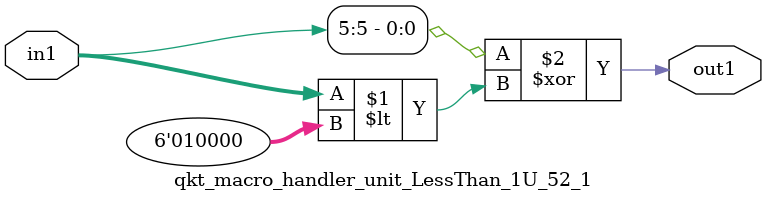
<source format=v>

`timescale 1ps / 1ps


module qkt_macro_handler_unit_LessThan_1U_52_1( in1, out1 );

    input [5:0] in1;
    output out1;

    
    // rtl_process:qkv_macro_handler_hub_LessThan_1U_11_1/qkv_macro_handler_hub_LessThan_1U_11_1_thread_1
    assign out1 = (in1[5] ^ in1 < 6'd16);

endmodule





</source>
